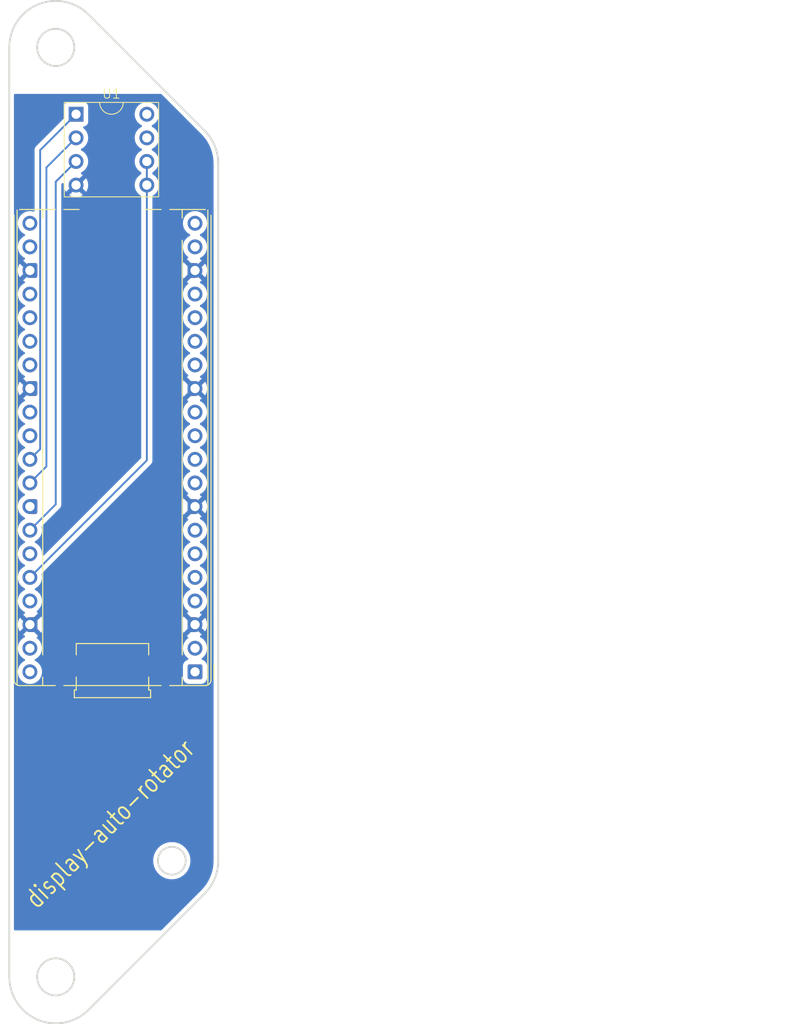
<source format=kicad_pcb>
(kicad_pcb (version 20241229) (generator "pcbnew") (generator_version "9.0")
  (layers (0 "F.Cu" signal) (2 "B.Cu" signal) (13 "F.Paste" user) (15 "B.Paste" user) (5 "F.SilkS" user "F.Silkscreen") (7 "B.SilkS" user "B.Silkscreen") (1 "F.Mask" user) (3 "B.Mask" user) (25 "Edge.Cuts" user))
  (net 0 "")
  (net 16 "GND")
  (net 22 "Net-(A1-GPIO27_ADC1)")
  (net 23 "Net-(A1-GPIO26_ADC0)")
  (net 25 "+3.3V")
  (net 31 "Net-(A1-GPIO28_ADC2)")
  (footprint "MyLibrary:MMA7361LC_module" (layer "F.Cu") (at 157 56)
    (property "Reference" "U1" (at 0 -6 0) (layer "F.SilkS") (effects (font (thickness 0.1))))
    (property "Value" "~" (hide yes))
    (fp_rect (start -5.08 -5.08) (end 5.08 5.08) (stroke (width 0.1)) (fill no) (layer "F.SilkS"))
    (fp_arc (start 1.27 -5.08) (mid 0 -3.81) (end -1.27 -5.08) (stroke (width 0.1)) (layer "F.SilkS"))
    (pad "1" thru_hole rect (at -3.81 -3.81) (size 1.6 1.6) (drill 1) (layers "*.Cu" "*.Mask") (net 23 "Net-(A1-GPIO26_ADC0)"))
    (pad "2" thru_hole circle (at -3.81 -1.27) (size 1.6 1.6) (drill 1) (layers "*.Cu" "*.Mask") (net 22 "Net-(A1-GPIO27_ADC1)"))
    (pad "3" thru_hole circle (at -3.81 1.27) (size 1.6 1.6) (drill 1) (layers "*.Cu" "*.Mask") (net 31 "Net-(A1-GPIO28_ADC2)"))
    (pad "4" thru_hole circle (at -3.81 3.81) (size 1.6 1.6) (drill 1) (layers "*.Cu" "*.Mask") (net 16 "GND"))
    (pad "5" thru_hole circle (at 3.81 3.81) (size 1.6 1.6) (drill 1) (layers "*.Cu" "*.Mask") (net 25 "+3.3V"))
    (pad "6" thru_hole circle (at 3.81 1.27) (size 1.6 1.6) (drill 1) (layers "*.Cu" "*.Mask") (net 25 "+3.3V"))
    (pad "7" thru_hole circle (at 3.81 -1.27) (size 1.6 1.6) (drill 1) (layers "*.Cu" "*.Mask"))
    (pad "8" thru_hole circle (at 3.81 -3.81) (size 1.6 1.6) (drill 1) (layers "*.Cu" "*.Mask"))
  )
  (footprint "Module:RaspberryPi_Pico_Common_THT" (layer "F.Cu") (at 166 112.18 180)
    (property "Reference" "A1" (hide yes))
    (property "Value" "RaspberryPi_Pico")
    (fp_line (start 19.5 -0.87) (end 19.5 49.13) (stroke (width 0.12)) (layer "F.SilkS"))
    (fp_line (start 19.16 49.677) (end 19.16 -1.417) (stroke (width 0.12)) (layer "F.SilkS"))
    (fp_line (start 18.89 -1.48) (end 16.4 -1.48) (stroke (width 0.12)) (layer "F.SilkS"))
    (fp_line (start 16.4 48.82648) (end 16.4 49.74) (stroke (width 0.12)) (layer "F.SilkS"))
    (fp_line (start 16.4 1.82648) (end 16.4 46.43352) (stroke (width 0.12)) (layer "F.SilkS"))
    (fp_line (start 16.4 -1.48) (end 16.4 -0.56648) (stroke (width 0.12)) (layer "F.SilkS"))
    (fp_line (start 15.052061 49.74) (end 18.89 49.74) (stroke (width 0.12)) (layer "F.SilkS"))
    (fp_line (start 15.052061 -1.48) (end 16.4 -1.48) (stroke (width 0.12)) (layer "F.SilkS"))
    (fp_line (start 14.127939 49.74) (end 12.49 49.74) (stroke (width 0.12)) (layer "F.SilkS"))
    (fp_line (start 13.125 -1.48) (end 14.127939 -1.48) (stroke (width 0.12)) (layer "F.SilkS"))
    (fp_line (start 13 -1.96) (end 12.79 -1.96) (stroke (width 0.12)) (layer "F.SilkS"))
    (fp_line (start 13 -2.78) (end 13 -1.96) (stroke (width 0.12)) (layer "F.SilkS"))
    (fp_line (start 12.79 3.04) (end 4.99 3.04) (stroke (width 0.12)) (layer "F.SilkS"))
    (fp_line (start 12.79 1.824) (end 12.79 3.04) (stroke (width 0.12)) (layer "F.SilkS"))
    (fp_line (start 12.79 -1.96) (end 12.79 -0.564) (stroke (width 0.12)) (layer "F.SilkS"))
    (fp_line (start 5.29 49.74) (end 3.652061 49.74) (stroke (width 0.12)) (layer "F.SilkS"))
    (fp_line (start 4.99 1.824) (end 4.99 3.04) (stroke (width 0.12)) (layer "F.SilkS"))
    (fp_line (start 4.99 -1.96) (end 4.99 -0.564) (stroke (width 0.12)) (layer "F.SilkS"))
    (fp_line (start 4.78 -1.96) (end 4.99 -1.96) (stroke (width 0.12)) (layer "F.SilkS"))
    (fp_line (start 4.78 -2.78) (end 13 -2.78) (stroke (width 0.12)) (layer "F.SilkS"))
    (fp_line (start 4.78 -2.78) (end 4.78 -1.96) (stroke (width 0.12)) (layer "F.SilkS"))
    (fp_line (start 4.655 -1.48) (end 13.125 -1.48) (stroke (width 0.12)) (layer "F.SilkS"))
    (fp_line (start 3.652061 -1.48) (end 4.655 -1.48) (stroke (width 0.12)) (layer "F.SilkS"))
    (fp_line (start 1.38 48.82648) (end 1.38 49.74) (stroke (width 0.12)) (layer "F.SilkS"))
    (fp_line (start 1.38 1.82648) (end 1.38 46.43352) (stroke (width 0.12)) (layer "F.SilkS"))
    (fp_line (start 1.38 -1.48) (end 2.72794 -1.48) (stroke (width 0.12)) (layer "F.SilkS"))
    (fp_line (start 1.38 -1.48) (end 1.38 -0.56648) (stroke (width 0.12)) (layer "F.SilkS"))
    (fp_line (start -1.11 49.74) (end 2.727939 49.74) (stroke (width 0.12)) (layer "F.SilkS"))
    (fp_line (start -1.11 -1.48) (end 1.38 -1.48) (stroke (width 0.12)) (layer "F.SilkS"))
    (fp_line (start -1.38 -1.417) (end -1.38 49.677) (stroke (width 0.12)) (layer "F.SilkS"))
    (fp_line (start -1.72 -0.87) (end -1.72 49.13) (stroke (width 0.12)) (layer "F.SilkS"))
    (fp_line (start -2.04 0.8) (end -2.04 -0.8) (stroke (width 0.12)) (layer "F.SilkS"))
    (fp_arc (start 18.89 -1.48) (mid 19.321335 -1.301335) (end 19.5 -0.87) (stroke (width 0.12)) (layer "F.SilkS"))
    (fp_arc (start -1.72 -0.87) (mid -1.541335 -1.301335) (end -1.11 -1.48) (stroke (width 0.12)) (layer "F.SilkS"))
    (pad "1" thru_hole roundrect (at 0 0 180) (size 1.6 1.6) (drill 1) (layers "*.Cu" "*.Mask") (roundrect_rratio 0.125))
    (pad "2" thru_hole circle (at 0 2.54 180) (size 1.6 1.6) (drill 1) (layers "*.Cu" "*.Mask"))
    (pad "3" thru_hole custom (at 0 5.08 180) (size 1.6 1.6) (drill 1) (layers "*.Cu" "*.Mask") (net 16 "GND") (options (clearance outline) (anchor circle)) (primitives (gr_poly (pts (xy 0.8 0.6) (xy 0.8 -0.6) (xy 0.6 -0.8) (xy 0 -0.8) (xy 0 0.8) (xy 0.6 0.8)) (width 0) (fill yes)) (gr_circle (center 0.6 0.6) (end 0.8 0.6) (width 0) (fill yes)) (gr_circle (center 0.6 -0.6) (end 0.8 -0.6) (width 0) (fill yes))))
    (pad "4" thru_hole circle (at 0 7.62 180) (size 1.6 1.6) (drill 1) (layers "*.Cu" "*.Mask"))
    (pad "5" thru_hole circle (at 0 10.16 180) (size 1.6 1.6) (drill 1) (layers "*.Cu" "*.Mask"))
    (pad "6" thru_hole circle (at 0 12.7 180) (size 1.6 1.6) (drill 1) (layers "*.Cu" "*.Mask"))
    (pad "7" thru_hole circle (at 0 15.24 180) (size 1.6 1.6) (drill 1) (layers "*.Cu" "*.Mask"))
    (pad "8" thru_hole custom (at 0 17.78 180) (size 1.6 1.6) (drill 1) (layers "*.Cu" "*.Mask") (net 16 "GND") (options (clearance outline) (anchor circle)) (primitives (gr_poly (pts (xy 0.8 0.6) (xy 0.8 -0.6) (xy 0.6 -0.8) (xy 0 -0.8) (xy 0 0.8) (xy 0.6 0.8)) (width 0) (fill yes)) (gr_circle (center 0.6 0.6) (end 0.8 0.6) (width 0) (fill yes)) (gr_circle (center 0.6 -0.6) (end 0.8 -0.6) (width 0) (fill yes))))
    (pad "9" thru_hole circle (at 0 20.32 180) (size 1.6 1.6) (drill 1) (layers "*.Cu" "*.Mask"))
    (pad "10" thru_hole circle (at 0 22.86 180) (size 1.6 1.6) (drill 1) (layers "*.Cu" "*.Mask"))
    (pad "11" thru_hole circle (at 0 25.4 180) (size 1.6 1.6) (drill 1) (layers "*.Cu" "*.Mask"))
    (pad "12" thru_hole circle (at 0 27.94 180) (size 1.6 1.6) (drill 1) (layers "*.Cu" "*.Mask"))
    (pad "13" thru_hole custom (at 0 30.48 180) (size 1.6 1.6) (drill 1) (layers "*.Cu" "*.Mask") (net 16 "GND") (options (clearance outline) (anchor circle)) (primitives (gr_poly (pts (xy 0.8 0.6) (xy 0.8 -0.6) (xy 0.6 -0.8) (xy 0 -0.8) (xy 0 0.8) (xy 0.6 0.8)) (width 0) (fill yes)) (gr_circle (center 0.6 0.6) (end 0.8 0.6) (width 0) (fill yes)) (gr_circle (center 0.6 -0.6) (end 0.8 -0.6) (width 0) (fill yes))))
    (pad "14" thru_hole circle (at 0 33.02 180) (size 1.6 1.6) (drill 1) (layers "*.Cu" "*.Mask"))
    (pad "15" thru_hole circle (at 0 35.56 180) (size 1.6 1.6) (drill 1) (layers "*.Cu" "*.Mask"))
    (pad "16" thru_hole circle (at 0 38.1 180) (size 1.6 1.6) (drill 1) (layers "*.Cu" "*.Mask"))
    (pad "17" thru_hole circle (at 0 40.64 180) (size 1.6 1.6) (drill 1) (layers "*.Cu" "*.Mask"))
    (pad "18" thru_hole custom (at 0 43.18 180) (size 1.6 1.6) (drill 1) (layers "*.Cu" "*.Mask") (net 16 "GND") (options (clearance outline) (anchor circle)) (primitives (gr_poly (pts (xy 0.8 0.6) (xy 0.8 -0.6) (xy 0.6 -0.8) (xy 0 -0.8) (xy 0 0.8) (xy 0.6 0.8)) (width 0) (fill yes)) (gr_circle (center 0.6 0.6) (end 0.8 0.6) (width 0) (fill yes)) (gr_circle (center 0.6 -0.6) (end 0.8 -0.6) (width 0) (fill yes))))
    (pad "19" thru_hole circle (at 0 45.72 180) (size 1.6 1.6) (drill 1) (layers "*.Cu" "*.Mask"))
    (pad "20" thru_hole circle (at 0 48.26 180) (size 1.6 1.6) (drill 1) (layers "*.Cu" "*.Mask"))
    (pad "21" thru_hole circle (at 17.78 48.26 180) (size 1.6 1.6) (drill 1) (layers "*.Cu" "*.Mask"))
    (pad "22" thru_hole circle (at 17.78 45.72 180) (size 1.6 1.6) (drill 1) (layers "*.Cu" "*.Mask"))
    (pad "23" thru_hole custom (at 17.78 43.18 180) (size 1.6 1.6) (drill 1) (layers "*.Cu" "*.Mask") (net 16 "GND") (options (clearance outline) (anchor circle)) (primitives (gr_poly (pts (xy -0.8 0.6) (xy -0.8 -0.6) (xy -0.6 -0.8) (xy 0 -0.8) (xy 0 0.8) (xy -0.6 0.8)) (width 0) (fill yes)) (gr_circle (center -0.6 0.6) (end -0.4 0.6) (width 0) (fill yes)) (gr_circle (center -0.6 -0.6) (end -0.4 -0.6) (width 0) (fill yes))))
    (pad "24" thru_hole circle (at 17.78 40.64 180) (size 1.6 1.6) (drill 1) (layers "*.Cu" "*.Mask"))
    (pad "25" thru_hole circle (at 17.78 38.1 180) (size 1.6 1.6) (drill 1) (layers "*.Cu" "*.Mask"))
    (pad "26" thru_hole circle (at 17.78 35.56 180) (size 1.6 1.6) (drill 1) (layers "*.Cu" "*.Mask"))
    (pad "27" thru_hole circle (at 17.78 33.02 180) (size 1.6 1.6) (drill 1) (layers "*.Cu" "*.Mask"))
    (pad "28" thru_hole custom (at 17.78 30.48 180) (size 1.6 1.6) (drill 1) (layers "*.Cu" "*.Mask") (net 16 "GND") (options (clearance outline) (anchor circle)) (primitives (gr_poly (pts (xy -0.8 0.6) (xy -0.8 -0.6) (xy -0.6 -0.8) (xy 0 -0.8) (xy 0 0.8) (xy -0.6 0.8)) (width 0) (fill yes)) (gr_circle (center -0.6 0.6) (end -0.4 0.6) (width 0) (fill yes)) (gr_circle (center -0.6 -0.6) (end -0.4 -0.6) (width 0) (fill yes))))
    (pad "29" thru_hole circle (at 17.78 27.94 180) (size 1.6 1.6) (drill 1) (layers "*.Cu" "*.Mask"))
    (pad "30" thru_hole circle (at 17.78 25.4 180) (size 1.6 1.6) (drill 1) (layers "*.Cu" "*.Mask"))
    (pad "31" thru_hole circle (at 17.78 22.86 180) (size 1.6 1.6) (drill 1) (layers "*.Cu" "*.Mask") (net 23 "Net-(A1-GPIO26_ADC0)"))
    (pad "32" thru_hole circle (at 17.78 20.32 180) (size 1.6 1.6) (drill 1) (layers "*.Cu" "*.Mask") (net 22 "Net-(A1-GPIO27_ADC1)"))
    (pad "33" thru_hole custom (at 17.78 17.78 180) (size 1.6 1.6) (drill 1) (layers "*.Cu" "*.Mask") (options (clearance outline) (anchor circle)) (primitives (gr_poly (pts (xy -0.8 0.6) (xy -0.8 -0.6) (xy -0.6 -0.8) (xy 0 -0.8) (xy 0 0.8) (xy -0.6 0.8)) (width 0) (fill yes)) (gr_circle (center -0.6 0.6) (end -0.4 0.6) (width 0) (fill yes)) (gr_circle (center -0.6 -0.6) (end -0.4 -0.6) (width 0) (fill yes))))
    (pad "34" thru_hole circle (at 17.78 15.24 180) (size 1.6 1.6) (drill 1) (layers "*.Cu" "*.Mask") (net 31 "Net-(A1-GPIO28_ADC2)"))
    (pad "35" thru_hole circle (at 17.78 12.7 180) (size 1.6 1.6) (drill 1) (layers "*.Cu" "*.Mask"))
    (pad "36" thru_hole circle (at 17.78 10.16 180) (size 1.6 1.6) (drill 1) (layers "*.Cu" "*.Mask") (net 25 "+3.3V"))
    (pad "37" thru_hole circle (at 17.78 7.62 180) (size 1.6 1.6) (drill 1) (layers "*.Cu" "*.Mask"))
    (pad "38" thru_hole custom (at 17.78 5.08 180) (size 1.6 1.6) (drill 1) (layers "*.Cu" "*.Mask") (net 16 "GND") (options (clearance outline) (anchor circle)) (primitives (gr_poly (pts (xy -0.8 0.6) (xy -0.8 -0.6) (xy -0.6 -0.8) (xy 0 -0.8) (xy 0 0.8) (xy -0.6 0.8)) (width 0) (fill yes)) (gr_circle (center -0.6 0.6) (end -0.4 0.6) (width 0) (fill yes)) (gr_circle (center -0.6 -0.6) (end -0.4 -0.6) (width 0) (fill yes))))
    (pad "39" thru_hole circle (at 17.78 2.54 180) (size 1.6 1.6) (drill 1) (layers "*.Cu" "*.Mask"))
    (pad "40" thru_hole circle (at 17.78 0 180) (size 1.6 1.6) (drill 1) (layers "*.Cu" "*.Mask"))
  )
  (gr_curve (pts (xy 149.08658 40.380602) (xy 147.21821 41.154508) (xy 146 42.977689) (xy 146 45)) (stroke (width 0.2)) (layer "Edge.Cuts"))
  (gr_curve (pts (xy 149 45) (xy 149 43.895431) (xy 149.89543 43) (xy 151 43)) (stroke (width 0.2)) (layer "Edge.Cuts"))
  (gr_curve (pts (xy 161.9997 132.500002) (xy 161.9997 133.328432) (xy 162.67127 134.000002) (xy 163.4997 134.000002)) (stroke (width 0.2)) (layer "Edge.Cuts"))
  (gr_curve (pts (xy 153 145.000002) (xy 153 146.104572) (xy 152.10457 147.000002) (xy 151 147.000002)) (stroke (width 0.2)) (layer "Edge.Cuts"))
  (gr_curve (pts (xy 151 47) (xy 149.89543 47) (xy 149 46.104569) (xy 149 45)) (stroke (width 0.2)) (layer "Edge.Cuts"))
  (gr_curve (pts (xy 146 145.000002) (xy 146 147.022312) (xy 147.21821 148.845492) (xy 149.08658 149.619402)) (stroke (width 0.2)) (layer "Edge.Cuts"))
  (gr_curve (pts (xy 153 45) (xy 153 46.104569) (xy 152.10457 47) (xy 151 47)) (stroke (width 0.2)) (layer "Edge.Cuts"))
  (gr_curve (pts (xy 154.53553 41.464465) (xy 153.10554 40.034476) (xy 150.95495 39.606698) (xy 149.08658 40.380602)) (stroke (width 0.2)) (layer "Edge.Cuts"))
  (gr_curve (pts (xy 149.08658 149.619402) (xy 150.95495 150.393312) (xy 153.10554 149.965532) (xy 154.53553 148.535532)) (stroke (width 0.2)) (layer "Edge.Cuts"))
  (gr_curve (pts (xy 163.4997 134.000002) (xy 164.32813 134.000002) (xy 164.9997 133.328432) (xy 164.9997 132.500002)) (stroke (width 0.2)) (layer "Edge.Cuts"))
  (gr_curve (pts (xy 149 145.000002) (xy 149 143.895432) (xy 149.89543 143.000002) (xy 151 143.000002)) (stroke (width 0.2)) (layer "Edge.Cuts"))
  (gr_curve (pts (xy 151 147.000002) (xy 149.89543 147.000002) (xy 149 146.104572) (xy 149 145.000002)) (stroke (width 0.2)) (layer "Edge.Cuts"))
  (gr_curve (pts (xy 151 143.000002) (xy 152.10457 143.000002) (xy 153 143.895432) (xy 153 145.000002)) (stroke (width 0.2)) (layer "Edge.Cuts"))
  (gr_curve (pts (xy 167.03523 136.035542) (xy 167.97291 135.097862) (xy 168.4997 133.826092) (xy 168.4997 132.500002)) (stroke (width 0.2)) (layer "Edge.Cuts"))
  (gr_curve (pts (xy 151 43) (xy 152.10457 43) (xy 153 43.895431) (xy 153 45)) (stroke (width 0.2)) (layer "Edge.Cuts"))
  (gr_curve (pts (xy 168.4997 57.499534) (xy 168.4997 56.173451) (xy 167.97291 54.901681) (xy 167.03523 53.964)) (stroke (width 0.2)) (layer "Edge.Cuts"))
  (gr_line (start 168.4997 132.500002) (end 168.4997 57.499534) (stroke (width 0.2)) (layer "Edge.Cuts"))
  (gr_line (start 167.03523 53.964) (end 154.53553 41.464465) (stroke (width 0.2)) (layer "Edge.Cuts"))
  (gr_line (start 154.53553 148.535532) (end 167.03523 136.035542) (stroke (width 0.2)) (layer "Edge.Cuts"))
  (gr_curve (pts (xy 164.9997 132.500002) (xy 164.9997 131.671572) (xy 164.32813 131.000002) (xy 163.4997 131.000002)) (stroke (width 0.2)) (layer "Edge.Cuts"))
  (gr_curve (pts (xy 163.4997 131.000002) (xy 162.67127 131.000002) (xy 161.9997 131.671572) (xy 161.9997 132.500002)) (stroke (width 0.2)) (layer "Edge.Cuts"))
  (gr_line (start 146 45) (end 146 145.000002) (stroke (width 0.2)) (layer "Edge.Cuts"))
  (gr_text "display-auto-rotator" (at 149 138 45) (layer "F.SilkS") (effects (font (size 2 1.5) (thickness 0.2) (bold yes)) (justify left bottom)))
  (segment (start 153.19 54.73) (end 150 57.92) (width 0.2) (layer "B.Cu") (net 22))
  (segment (start 150 57.92) (end 150 90.08) (width 0.2) (layer "B.Cu") (net 22))
  (segment (start 150 90.08) (end 148.22 91.86) (width 0.2) (layer "B.Cu") (net 22))
  (segment (start 153.19 52.19) (end 149.326 56.054) (width 0.2) (layer "B.Cu") (net 23))
  (segment (start 149.326 88.214) (end 148.22 89.32) (width 0.2) (layer "B.Cu") (net 23))
  (segment (start 149.326 56.054) (end 149.326 88.214) (width 0.2) (layer "B.Cu") (net 23))
  (segment (start 160.81 57.27) (end 160.81 59.81) (width 0.2) (layer "B.Cu") (net 25))
  (segment (start 160.81 59.81) (end 160.81 89.43) (width 0.2) (layer "B.Cu") (net 25))
  (segment (start 160.81 89.43) (end 148.22 102.02) (width 0.2) (layer "B.Cu") (net 25))
  (segment (start 151 94.16) (end 148.22 96.94) (width 0.2) (layer "B.Cu") (net 31))
  (segment (start 153.19 57.27) (end 151 59.46) (width 0.2) (layer "B.Cu") (net 31))
  (segment (start 151 59.46) (end 151 94.16) (width 0.2) (layer "B.Cu") (net 31))
  (zone (net 16) (net_name "GND") (layer "B.Cu") (connect_pads (clearance 0.5)) (min_thickness 0.25) (fill yes (thermal_gap 0.5) (thermal_bridge_width 0.5))
    (polygon (pts (xy 145 50) (xy 160 50) (xy 170 50) (xy 170 61) (xy 170 129) (xy 170 140) (xy 160 140) (xy 145 140)))
  )
)
</source>
